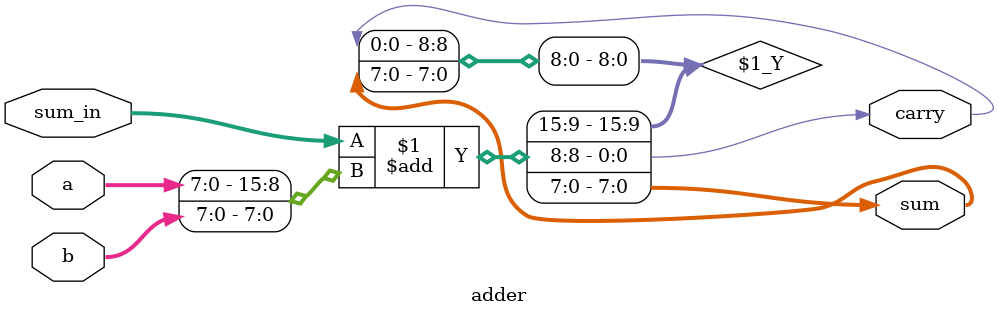
<source format=v>

module adder(
    input wire [7:0] a,
    input wire [7:0] b,
    input wire [15:0] sum_in,
    output wire [7:0] sum,
    output wire carry
);

    assign {carry, sum} = sum_in + {a, b};

endmodule

</source>
